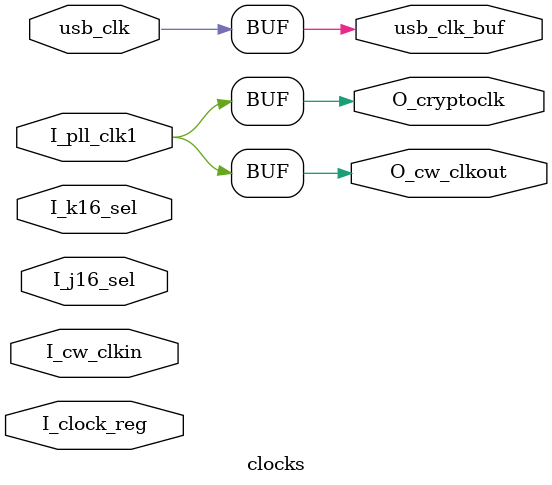
<source format=v>
/* 
ChipWhisperer Artix Target - Select input clocks and drive output clocks.

Copyright (c) 2020, NewAE Technology Inc.
All rights reserved.

Redistribution and use in source and binary forms, with or without
modification, are permitted without restriction. Note that modules within
the project may have additional restrictions, please carefully inspect
additional licenses.

THIS SOFTWARE IS PROVIDED BY THE COPYRIGHT HOLDERS AND CONTRIBUTORS "AS IS" AND
ANY EXPRESS OR IMPLIED WARRANTIES, INCLUDING, BUT NOT LIMITED TO, THE IMPLIED
WARRANTIES OF MERCHANTABILITY AND FITNESS FOR A PARTICULAR PURPOSE ARE
DISCLAIMED. IN NO EVENT SHALL THE COPYRIGHT OWNER OR CONTRIBUTORS BE LIABLE FOR
ANY DIRECT, INDIRECT, INCIDENTAL, SPECIAL, EXEMPLARY, OR CONSEQUENTIAL DAMAGES
(INCLUDING, BUT NOT LIMITED TO, PROCUREMENT OF SUBSTITUTE GOODS OR SERVICES;
LOSS OF USE, DATA, OR PROFITS; OR BUSINESS INTERRUPTION) HOWEVER CAUSED AND
ON ANY THEORY OF LIABILITY, WHETHER IN CONTRACT, STRICT LIABILITY, OR TORT
(INCLUDING NEGLIGENCE OR OTHERWISE) ARISING IN ANY WAY OUT OF THE USE OF THIS
SOFTWARE, EVEN IF ADVISED OF THE POSSIBILITY OF SUCH DAMAGE.

The views and conclusions contained in the software and documentation are those
of the authors and should not be interpreted as representing official policies,
either expressed or implied, of NewAE Technology Inc.
*/

`define MODEL_SIM 1
`default_nettype none
`timescale 1ns / 1ns

module clocks (
    input  wire         usb_clk,
    output wire         usb_clk_buf,
    input  wire         I_j16_sel,
    input  wire         I_k16_sel,
    input  wire [4:0]   I_clock_reg,
    input  wire         I_cw_clkin,
    input  wire         I_pll_clk1,

    output wire         O_cw_clkout,
    output wire         O_cryptoclk
);
`ifndef MODEL_SIM
    wire cclk_src_is_ext;
    wire cclk_output_ext;              
    wire usb_clk_bufg;

    // Select crypto clock based on registers + DIP switches
    assign cclk_src_is_ext = (I_clock_reg[2:0] == 3'b001) ? 0 : //Registers = PLL1
                             (I_clock_reg[2:0] == 3'b101) ? 1 : //Registers = 20pin
                             ((I_clock_reg[0] == 1'b0) && (I_j16_sel == 1'b1)) ? 1: //DIP = 20pin
                             0; //Default PLL1

    assign cclk_output_ext = ((I_clock_reg[0] == 1'b1) && (I_clock_reg[4:3] == 2'b00)) ? 0 : //Registers = off
                             ((I_clock_reg[0] == 1'b1) && (I_clock_reg[4:3] == 2'b01)) ? 1 : //Registers = on
                             ((I_clock_reg[0] == 1'b0) && (I_k16_sel == 1'b1)) ? 1 : //DIP = on
                             0; //Default off

    `ifdef __ICARUS__
        assign O_cryptoclk = cclk_src_is_ext? I_cw_clkin : I_pll_clk1;
        assign O_cw_clkout = cclk_output_ext? O_cryptoclk : 1'b0;
        assign usb_clk_bufg = usb_clk;
        assign usb_clk_buf = usb_clk_bufg;

    `else
        BUFGMUX_CTRL CCLK_MUX (
        .O(O_cryptoclk),    // 1-bit output: Clock output
        .I0(I_pll_clk1),    // 1-bit input: Primary clock
        .I1(I_cw_clkin),    // 1-bit input: Secondary clock
        .S(cclk_src_is_ext) // 1-bit input: Clock select for I1
        );    

        ODDR CWOUT_ODDR (
        .Q(O_cw_clkout),   // 1-bit DDR output
        .C(O_cryptoclk),   // 1-bit clock input
        .CE(cclk_output_ext), // 1-bit clock enable input
        .D1(1'b1), // 1-bit data input (positive edge)
        .D2(1'b0), // 1-bit data input (negative edge)
        .R(1'b0),   // 1-bit reset
        .S(1'b0)    // 1-bit set
        );

        IBUFG clkibuf (
            .O(usb_clk_bufg),
            .I(usb_clk) 
        );
        BUFG clkbuf(
            .O(usb_clk_buf),
            .I(usb_clk_bufg)
        );

    `endif
`else

    assign usb_clk_buf = usb_clk;
    wire cclk_src_is_ext;
    wire cclk_output_ext;         

    // Select crypto clock based on registers + DIP switches
    assign cclk_src_is_ext = (I_clock_reg[2:0] == 3'b001) ? 0 : //Registers = PLL1
                             (I_clock_reg[2:0] == 3'b101) ? 1 : //Registers = 20pin
                             ((I_clock_reg[0] == 1'b0) && (I_j16_sel == 1'b1)) ? 1: //DIP = 20pin
                             0; //Default PLL1

    assign cclk_output_ext = ((I_clock_reg[0] == 1'b1) && (I_clock_reg[4:3] == 2'b00)) ? 0 : //Registers = off
                             ((I_clock_reg[0] == 1'b1) && (I_clock_reg[4:3] == 2'b01)) ? 1 : //Registers = on
                             ((I_clock_reg[0] == 1'b0) && (I_k16_sel == 1'b1)) ? 1 : //DIP = on
                             0; //Default off

    assign O_cryptoclk = I_pll_clk1;
    assign O_cw_clkout = I_pll_clk1;
`endif

endmodule

`default_nettype wire
</source>
